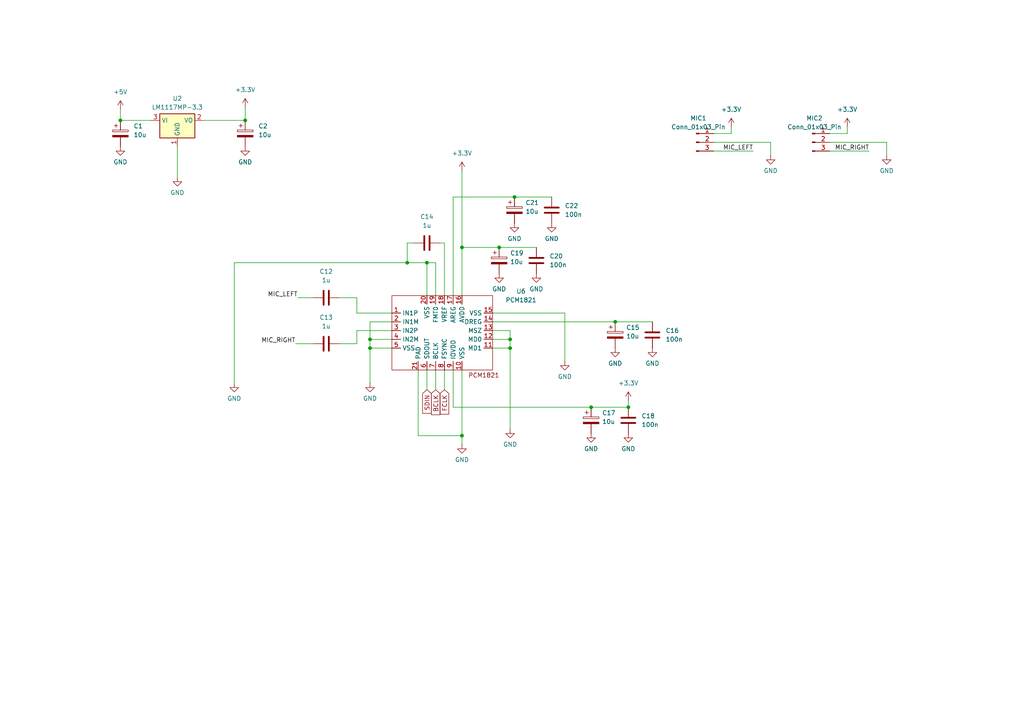
<source format=kicad_sch>
(kicad_sch (version 20231120) (generator "eeschema") (generator_version "8.0")
  (paper "A4")
  (lib_symbols
    (symbol "Connector:Conn_01x03_Pin" (pin_names (offset 1.016) hide)
      (property "Reference" "J" (at 0 5.08 0))
      (property "Value" "Conn_01x03_Pin" (at 0 -5.08 0))
      (symbol "Conn_01x03_Pin_1_1"
        (polyline (pts (xy 1.27 -2.54) (xy 0.8636 -2.54)) (stroke (width 0.1524)))
        (polyline (pts (xy 1.27 0) (xy 0.8636 0)) (stroke (width 0.1524)))
        (polyline (pts (xy 1.27 2.54) (xy 0.8636 2.54)) (stroke (width 0.1524)))
        (rectangle (start 0.8636 -2.413) (end 0 -2.667) (stroke (width 0.1524)) (fill (type outline)))
        (rectangle (start 0.8636 0.127) (end 0 -0.127) (stroke (width 0.1524)) (fill (type outline)))
        (rectangle (start 0.8636 2.667) (end 0 2.413) (stroke (width 0.1524)) (fill (type outline)))
        (pin passive line (at 5.08 2.54 180) (length 3.81) (name "Pin_1") (number "1"))
        (pin passive line (at 5.08 0 180) (length 3.81) (name "Pin_2") (number "2"))
        (pin passive line (at 5.08 -2.54 180) (length 3.81) (name "Pin_3") (number "3"))
      )
    )
    (symbol "Device:C" (pin_numbers hide) (pin_names (offset 0.254))
      (property "Reference" "C" (at 0.635 2.54 0))
      (property "Value" "C" (at 0.635 -2.54 0))
      (symbol "C_0_1"
        (polyline (pts (xy -2.032 -0.762) (xy 2.032 -0.762)) (stroke (width 0.508)))
        (polyline (pts (xy -2.032 0.762) (xy 2.032 0.762)) (stroke (width 0.508)))
      )
      (symbol "C_1_1"
        (pin passive line (at 0 3.81 270) (length 2.794) (name "~") (number "1"))
        (pin passive line (at 0 -3.81 90) (length 2.794) (name "~") (number "2"))
      )
    )
    (symbol "Device:C_Polarized" (pin_numbers hide) (pin_names (offset 0.254))
      (property "Reference" "C" (at 0.635 2.54 0))
      (property "Value" "C_Polarized" (at 0.635 -2.54 0))
      (symbol "C_Polarized_0_1"
        (rectangle (start -2.286 0.508) (end 2.286 1.016))
        (polyline (pts (xy -1.778 2.286) (xy -0.762 2.286)))
        (polyline (pts (xy -1.27 2.794) (xy -1.27 1.778)))
        (rectangle (start 2.286 -0.508) (end -2.286 -1.016) (fill (type outline)))
      )
      (symbol "C_Polarized_1_1"
        (pin passive line (at 0 3.81 270) (length 2.794) (name "~") (number "1"))
        (pin passive line (at 0 -3.81 90) (length 2.794) (name "~") (number "2"))
      )
    )
    (symbol "GND_1" (power) (pin_numbers hide) (pin_names (offset 0) hide)
      (property "Value" "GND" (at 0 -3.81 0))
      (symbol "GND_1_0_1"
        (polyline (pts (xy 0 0) (xy 0 -1.27) (xy 1.27 -1.27) (xy 0 -2.54) (xy -1.27 -1.27) (xy 0 -1.27)))
      )
      (symbol "GND_1_1_1"
        (pin power_in line (at 0 0 270) (length 0) (name "~") (number "1"))
      )
    )
    (symbol "PCM1821:PCM1821"
      (property "Reference" "U" (at 0 0 0))
      (property "Value" "PCM1821" (at 0 0 0))
      (symbol "PCM1821_0_1"
        (rectangle (start 0 -1.27) (end 29.21 -22.86))
      )
      (symbol "PCM1821_1_1"
        (text "PCM1821" (at 26.67 -24.384 0) (effects (font (size 1.27 1.27))))
        (pin input line (at 0 -6.35 0) (length 2.54) (name "IN1P") (number "1"))
        (pin power_in line (at 20.32 -22.86 90) (length 2.54) (name "VSS") (number "10"))
        (pin input line (at 29.21 -16.51 180) (length 2.54) (name "MD1") (number "11"))
        (pin input line (at 29.21 -13.97 180) (length 2.54) (name "MD0") (number "12"))
        (pin input line (at 29.21 -11.43 180) (length 2.54) (name "MSZ") (number "13"))
        (pin input line (at 29.21 -8.89 180) (length 2.54) (name "DREG") (number "14"))
        (pin power_in line (at 29.21 -6.35 180) (length 2.54) (name "VSS") (number "15"))
        (pin input line (at 20.32 -1.27 270) (length 2.54) (name "AVDD") (number "16"))
        (pin input line (at 17.78 -1.27 270) (length 2.54) (name "AREG") (number "17"))
        (pin input line (at 15.24 -1.27 270) (length 2.54) (name "VREF") (number "18"))
        (pin input line (at 12.7 -1.27 270) (length 2.54) (name "FMT0") (number "19"))
        (pin input line (at 0 -8.89 0) (length 2.54) (name "IN1M") (number "2"))
        (pin input line (at 10.16 -1.27 270) (length 2.54) (name "VSS") (number "20"))
        (pin power_in line (at 7.62 -22.86 90) (length 2.54) (name "PAD") (number "21"))
        (pin input line (at 0 -11.43 0) (length 2.54) (name "IN2P") (number "3"))
        (pin input line (at 0 -13.97 0) (length 2.54) (name "IN2M") (number "4"))
        (pin power_in line (at 0 -16.51 0) (length 2.54) (name "VSS") (number "5"))
        (pin input line (at 10.16 -22.86 90) (length 2.54) (name "SDOUT") (number "6"))
        (pin input line (at 12.7 -22.86 90) (length 2.54) (name "BCLK") (number "7"))
        (pin input line (at 15.24 -22.86 90) (length 2.54) (name "FSYNC") (number "8"))
        (pin power_in line (at 17.78 -22.86 90) (length 2.54) (name "IOVDD") (number "9"))
      )
    )
    (symbol "Regulator_Linear:LM1117MP-3.3"
      (property "Reference" "U" (at -3.81 3.175 0))
      (property "Value" "LM1117MP-3.3" (at 0 3.175 0))
      (symbol "LM1117MP-3.3_0_1"
        (rectangle (start -5.08 -5.08) (end 5.08 1.905) (stroke (width 0.254)) (fill (type background)))
      )
      (symbol "LM1117MP-3.3_1_1"
        (pin power_in line (at 0 -7.62 90) (length 2.54) (name "GND") (number "1"))
        (pin power_out line (at 7.62 0 180) (length 2.54) (name "VO") (number "2"))
        (pin power_in line (at -7.62 0 0) (length 2.54) (name "VI") (number "3"))
      )
    )
    (symbol "power:+3.3V" (power) (pin_names (offset 0))
      (property "Value" "+3.3V" (at 0 3.556 0))
      (symbol "+3.3V_0_1"
        (polyline (pts (xy -0.762 1.27) (xy 0 2.54)))
        (polyline (pts (xy 0 0) (xy 0 2.54)))
        (polyline (pts (xy 0 2.54) (xy 0.762 1.27)))
      )
      (symbol "+3.3V_1_1"
        (pin power_in line (at 0 0 90) (length 0) hide (name "+3.3V") (number "1"))
      )
    )
    (symbol "power:GND" (power) (pin_names (offset 0))
      (property "Value" "GND" (at 0 -3.81 0))
      (symbol "GND_0_1"
        (polyline (pts (xy 0 0) (xy 0 -1.27) (xy 1.27 -1.27) (xy 0 -2.54) (xy -1.27 -1.27) (xy 0 -1.27)))
      )
      (symbol "GND_1_1"
        (pin power_in line (at 0 0 270) (length 0) hide (name "GND") (number "1"))
      )
    )
  )
  (junction (at 107.315 98.425))
  (junction (at 133.985 126.365))
  (junction (at 147.955 100.965))
  (junction (at 144.78 71.755))
  (junction (at 118.11 76.2))
  (junction (at 34.925 34.925))
  (junction (at 182.245 118.11))
  (junction (at 71.12 34.925))
  (junction (at 171.45 118.11))
  (junction (at 149.225 57.15))
  (junction (at 123.825 76.2))
  (junction (at 133.985 71.755))
  (junction (at 107.315 100.965))
  (junction (at 178.435 93.345))
  (junction (at 147.955 98.425))
  (wire (pts (xy 34.925 31.75) (xy 34.925 34.925)))
  (wire (pts (xy 121.285 126.365) (xy 133.985 126.365)))
  (wire (pts (xy 113.665 98.425) (xy 107.315 98.425)))
  (wire (pts (xy 207.01 43.815) (xy 218.44 43.815)))
  (wire (pts (xy 147.955 98.425) (xy 147.955 100.965)))
  (wire (pts (xy 51.435 42.545) (xy 51.435 51.435)))
  (wire (pts (xy 123.825 76.2) (xy 118.11 76.2)))
  (wire (pts (xy 133.985 49.53) (xy 133.985 71.755)))
  (wire (pts (xy 126.365 76.2) (xy 123.825 76.2)))
  (wire (pts (xy 118.11 70.485) (xy 118.11 76.2)))
  (wire (pts (xy 240.665 43.815) (xy 252.095 43.815)))
  (wire (pts (xy 178.435 93.345) (xy 189.23 93.345)))
  (wire (pts (xy 133.985 71.755) (xy 144.78 71.755)))
  (wire (pts (xy 182.245 118.11) (xy 182.245 116.205)))
  (wire (pts (xy 163.83 90.805) (xy 163.83 104.775)))
  (wire (pts (xy 133.985 126.365) (xy 133.985 128.905)))
  (wire (pts (xy 245.745 38.735) (xy 245.745 36.83)))
  (wire (pts (xy 144.78 71.755) (xy 155.575 71.755)))
  (wire (pts (xy 142.875 90.805) (xy 163.83 90.805)))
  (wire (pts (xy 131.445 118.11) (xy 171.45 118.11)))
  (wire (pts (xy 149.225 57.15) (xy 160.02 57.15)))
  (wire (pts (xy 131.445 107.315) (xy 131.445 118.11)))
  (wire (pts (xy 113.665 100.965) (xy 107.315 100.965)))
  (wire (pts (xy 133.985 107.315) (xy 133.985 126.365)))
  (wire (pts (xy 118.11 76.2) (xy 67.945 76.2)))
  (wire (pts (xy 107.315 98.425) (xy 107.315 100.965)))
  (wire (pts (xy 126.365 85.725) (xy 126.365 76.2)))
  (wire (pts (xy 207.01 41.275) (xy 223.52 41.275)))
  (wire (pts (xy 113.665 90.805) (xy 103.505 90.805)))
  (wire (pts (xy 207.01 38.735) (xy 212.09 38.735)))
  (wire (pts (xy 131.445 85.725) (xy 131.445 57.15)))
  (wire (pts (xy 107.315 100.965) (xy 107.315 111.125)))
  (wire (pts (xy 147.955 95.885) (xy 147.955 98.425)))
  (wire (pts (xy 71.12 34.925) (xy 71.12 31.115)))
  (wire (pts (xy 123.825 107.315) (xy 123.825 113.03)))
  (wire (pts (xy 128.905 70.485) (xy 127.635 70.485)))
  (wire (pts (xy 113.665 95.885) (xy 103.505 95.885)))
  (wire (pts (xy 257.175 41.275) (xy 257.175 45.085)))
  (wire (pts (xy 128.905 85.725) (xy 128.905 70.485)))
  (wire (pts (xy 240.665 41.275) (xy 257.175 41.275)))
  (wire (pts (xy 121.285 107.315) (xy 121.285 126.365)))
  (wire (pts (xy 240.665 38.735) (xy 245.745 38.735)))
  (wire (pts (xy 133.985 71.755) (xy 133.985 85.725)))
  (wire (pts (xy 212.09 38.735) (xy 212.09 36.83)))
  (wire (pts (xy 131.445 57.15) (xy 149.225 57.15)))
  (wire (pts (xy 59.055 34.925) (xy 71.12 34.925)))
  (wire (pts (xy 103.505 90.805) (xy 103.505 86.36)))
  (wire (pts (xy 34.925 34.925) (xy 43.815 34.925)))
  (wire (pts (xy 103.505 95.885) (xy 103.505 99.695)))
  (wire (pts (xy 120.015 70.485) (xy 118.11 70.485)))
  (wire (pts (xy 103.505 86.36) (xy 98.425 86.36)))
  (wire (pts (xy 142.875 100.965) (xy 147.955 100.965)))
  (wire (pts (xy 171.45 118.11) (xy 182.245 118.11)))
  (wire (pts (xy 128.905 107.315) (xy 128.905 113.03)))
  (wire (pts (xy 113.665 93.345) (xy 107.315 93.345)))
  (wire (pts (xy 85.725 99.695) (xy 90.805 99.695)))
  (wire (pts (xy 223.52 41.275) (xy 223.52 45.085)))
  (wire (pts (xy 142.875 98.425) (xy 147.955 98.425)))
  (wire (pts (xy 147.955 100.965) (xy 147.955 124.46)))
  (wire (pts (xy 123.825 85.725) (xy 123.825 76.2)))
  (wire (pts (xy 126.365 107.315) (xy 126.365 113.03)))
  (wire (pts (xy 103.505 99.695) (xy 98.425 99.695)))
  (wire (pts (xy 142.875 93.345) (xy 178.435 93.345)))
  (wire (pts (xy 86.36 86.36) (xy 90.805 86.36)))
  (wire (pts (xy 67.945 76.2) (xy 67.945 111.125)))
  (wire (pts (xy 142.875 95.885) (xy 147.955 95.885)))
  (wire (pts (xy 107.315 93.345) (xy 107.315 98.425)))
  (label "MIC_RIGHT" (at 252.095 43.815 180))
  (label "MIC_LEFT" (at 218.44 43.815 180))
  (label "MIC_LEFT" (at 86.36 86.36 180))
  (label "MIC_RIGHT" (at 85.725 99.695 180))
  (global_label "BCLK" (shape input) (at 126.365 113.03 270) (property "Intersheetrefs" "${INTERSHEET_REFS}" (effects (hide yes))))
  (global_label "SDIN" (shape input) (at 123.825 113.03 270) (property "Intersheetrefs" "${INTERSHEET_REFS}" (effects (hide yes))))
  (global_label "FCLK" (shape input) (at 128.905 113.03 270) (property "Intersheetrefs" "${INTERSHEET_REFS}" (effects (hide yes))))
  (symbol (lib_id "Connector:Conn_01x03_Pin") (at 235.585 41.275 0) (unit 1)
    (property "Reference" "MIC2" (at 236.22 34.29 0))
    (property "Value" "Conn_01x03_Pin" (at 236.22 36.83 0))
    (property "Footprint" "Connector_JST:JST_XH_B3B-XH-AM_1x03_P2.50mm_Vertical" (effects (hide yes)))
    (property "Description" "Generic connector, single row, 01x03, script generated" (effects (hide yes)))
  )
  (symbol (lib_id "Device:C_Polarized") (at 144.78 75.565 0) (unit 1)
    (property "Reference" "C19" (at 147.955 73.4059 0) (effects (justify left)))
    (property "Value" "10u" (at 147.955 75.9459 0) (effects (justify left)))
    (property "Footprint" "Capacitor_Tantalum_SMD:CP_EIA-3528-21_Kemet-B_Pad1.50x2.35mm_HandSolder" (effects (hide yes)))
    (property "Description" "Polarized capacitor" (effects (hide yes)))
  )
  (symbol (lib_id "Device:C_Polarized") (at 171.45 121.92 0) (unit 1)
    (property "Reference" "C17" (at 174.625 119.7609 0) (effects (justify left)))
    (property "Value" "10u" (at 174.625 122.3009 0) (effects (justify left)))
    (property "Footprint" "Capacitor_Tantalum_SMD:CP_EIA-3528-21_Kemet-B_Pad1.50x2.35mm_HandSolder" (effects (hide yes)))
    (property "Description" "Polarized capacitor" (effects (hide yes)))
  )
  (symbol (lib_id "power:+3.3V") (at 34.925 31.75 0) (unit 1)
    (property "Reference" "#PWR07" (effects (hide yes)))
    (property "Value" "+5V" (at 34.925 26.67 0))
  )
  (symbol (lib_name "GND_1") (lib_id "power:GND") (at 223.52 45.085 0) (unit 1)
    (property "Reference" "#PWR044" (effects (hide yes)))
    (property "Value" "GND" (at 223.52 49.53 0))
    (property "Description" "Power symbol creates a global label with name \"GND\" , ground" (effects (hide yes)))
  )
  (symbol (lib_id "Device:C_Polarized") (at 149.225 60.96 0) (unit 1)
    (property "Reference" "C21" (at 152.4 58.8009 0) (effects (justify left)))
    (property "Value" "10u" (at 152.4 61.3409 0) (effects (justify left)))
    (property "Footprint" "Capacitor_Tantalum_SMD:CP_EIA-3528-21_Kemet-B_Pad1.50x2.35mm_HandSolder" (effects (hide yes)))
    (property "Description" "Polarized capacitor" (effects (hide yes)))
  )
  (symbol (lib_id "power:GND") (at 34.925 42.545 0) (unit 1)
    (property "Reference" "#PWR08" (effects (hide yes)))
    (property "Value" "GND" (at 34.925 46.99 0))
    (property "Description" "Power symbol creates a global label with name \"GND\" , ground" (effects (hide yes)))
  )
  (symbol (lib_name "GND_1") (lib_id "power:GND") (at 107.315 111.125 0) (unit 1)
    (property "Reference" "#PWR030" (effects (hide yes)))
    (property "Value" "GND" (at 107.315 115.57 0))
    (property "Description" "Power symbol creates a global label with name \"GND\" , ground" (effects (hide yes)))
  )
  (symbol (lib_name "GND_1") (lib_id "power:GND") (at 147.955 124.46 0) (unit 1)
    (property "Reference" "#PWR033" (effects (hide yes)))
    (property "Value" "GND" (at 147.955 128.905 0))
    (property "Description" "Power symbol creates a global label with name \"GND\" , ground" (effects (hide yes)))
  )
  (symbol (lib_id "Device:C") (at 160.02 60.96 0) (unit 1)
    (property "Reference" "C22" (at 163.83 59.6899 0) (effects (justify left)))
    (property "Value" "100n" (at 163.83 62.2299 0) (effects (justify left)))
    (property "Footprint" "Capacitor_SMD:C_0603_1608Metric_Pad1.08x0.95mm_HandSolder" (effects (hide yes)))
    (property "Description" "Unpolarized capacitor" (effects (hide yes)))
  )
  (symbol (lib_id "Device:C_Polarized") (at 178.435 97.155 0) (unit 1)
    (property "Reference" "C15" (at 181.61 94.9959 0) (effects (justify left)))
    (property "Value" "10u" (at 181.61 97.5359 0) (effects (justify left)))
    (property "Footprint" "Capacitor_Tantalum_SMD:CP_EIA-3528-21_Kemet-B_Pad1.50x2.35mm_HandSolder" (effects (hide yes)))
    (property "Description" "Polarized capacitor" (effects (hide yes)))
  )
  (symbol (lib_name "GND_1") (lib_id "power:GND") (at 144.78 79.375 0) (unit 1)
    (property "Reference" "#PWR039" (effects (hide yes)))
    (property "Value" "GND" (at 144.78 83.82 0))
    (property "Description" "Power symbol creates a global label with name \"GND\" , ground" (effects (hide yes)))
  )
  (symbol (lib_id "Device:C") (at 189.23 97.155 0) (unit 1)
    (property "Reference" "C16" (at 193.04 95.8849 0) (effects (justify left)))
    (property "Value" "100n" (at 193.04 98.4249 0) (effects (justify left)))
    (property "Footprint" "Capacitor_SMD:C_0603_1608Metric_Pad1.08x0.95mm_HandSolder" (effects (hide yes)))
    (property "Description" "Unpolarized capacitor" (effects (hide yes)))
  )
  (symbol (lib_id "power:+3.3V") (at 71.12 31.115 0) (unit 1)
    (property "Reference" "#PWR010" (effects (hide yes)))
    (property "Value" "+3.3V" (at 71.12 26.035 0))
  )
  (symbol (lib_id "Connector:Conn_01x03_Pin") (at 201.93 41.275 0) (unit 1)
    (property "Reference" "MIC1" (at 202.565 34.29 0))
    (property "Value" "Conn_01x03_Pin" (at 202.565 36.83 0))
    (property "Footprint" "Connector_JST:JST_XH_B3B-XH-AM_1x03_P2.50mm_Vertical" (effects (hide yes)))
    (property "Description" "Generic connector, single row, 01x03, script generated" (effects (hide yes)))
  )
  (symbol (lib_name "GND_1") (lib_id "power:GND") (at 67.945 111.125 0) (unit 1)
    (property "Reference" "#PWR032" (effects (hide yes)))
    (property "Value" "GND" (at 67.945 115.57 0))
    (property "Description" "Power symbol creates a global label with name \"GND\" , ground" (effects (hide yes)))
  )
  (symbol (lib_id "Device:C") (at 182.245 121.92 0) (unit 1)
    (property "Reference" "C18" (at 186.055 120.6499 0) (effects (justify left)))
    (property "Value" "100n" (at 186.055 123.1899 0) (effects (justify left)))
    (property "Footprint" "Capacitor_SMD:C_0603_1608Metric_Pad1.08x0.95mm_HandSolder" (effects (hide yes)))
    (property "Description" "Unpolarized capacitor" (effects (hide yes)))
  )
  (symbol (lib_name "GND_1") (lib_id "power:GND") (at 257.175 45.085 0) (unit 1)
    (property "Reference" "#PWR046" (effects (hide yes)))
    (property "Value" "GND" (at 257.175 49.53 0))
    (property "Description" "Power symbol creates a global label with name \"GND\" , ground" (effects (hide yes)))
  )
  (symbol (lib_id "power:+3.3V") (at 182.245 116.205 0) (unit 1)
    (property "Reference" "#PWR034" (effects (hide yes)))
    (property "Value" "+3.3V" (at 182.245 111.125 0))
  )
  (symbol (lib_id "power:+3.3V") (at 212.09 36.83 0) (unit 1)
    (property "Reference" "#PWR043" (effects (hide yes)))
    (property "Value" "+3.3V" (at 212.09 31.75 0))
  )
  (symbol (lib_name "GND_1") (lib_id "power:GND") (at 171.45 125.73 0) (unit 1)
    (property "Reference" "#PWR037" (effects (hide yes)))
    (property "Value" "GND" (at 171.45 130.175 0))
    (property "Description" "Power symbol creates a global label with name \"GND\" , ground" (effects (hide yes)))
  )
  (symbol (lib_name "GND_1") (lib_id "power:GND") (at 163.83 104.775 0) (unit 1)
    (property "Reference" "#PWR031" (effects (hide yes)))
    (property "Value" "GND" (at 163.83 109.22 0))
    (property "Description" "Power symbol creates a global label with name \"GND\" , ground" (effects (hide yes)))
  )
  (symbol (lib_id "power:GND") (at 51.435 51.435 0) (unit 1)
    (property "Reference" "#PWR09" (effects (hide yes)))
    (property "Value" "GND" (at 51.435 55.88 0))
    (property "Description" "Power symbol creates a global label with name \"GND\" , ground" (effects (hide yes)))
  )
  (symbol (lib_name "GND_1") (lib_id "power:GND") (at 182.245 125.73 0) (unit 1)
    (property "Reference" "#PWR038" (effects (hide yes)))
    (property "Value" "GND" (at 182.245 130.175 0))
    (property "Description" "Power symbol creates a global label with name \"GND\" , ground" (effects (hide yes)))
  )
  (symbol (lib_name "GND_1") (lib_id "power:GND") (at 189.23 100.965 0) (unit 1)
    (property "Reference" "#PWR036" (effects (hide yes)))
    (property "Value" "GND" (at 189.23 105.41 0))
    (property "Description" "Power symbol creates a global label with name \"GND\" , ground" (effects (hide yes)))
  )
  (symbol (lib_id "power:+3.3V") (at 133.985 49.53 0) (unit 1)
    (property "Reference" "#PWR028" (effects (hide yes)))
    (property "Value" "+3.3V" (at 133.985 44.45 0))
  )
  (symbol (lib_id "PCM1821:PCM1821") (at 113.665 84.455 0) (unit 1)
    (property "Reference" "U6" (at 151.13 84.4864 0))
    (property "Value" "PCM1821" (at 151.13 87.0264 0))
    (property "Footprint" "PCM1821:WQFN-16" (effects (hide yes)))
  )
  (symbol (lib_id "power:GND") (at 71.12 42.545 0) (unit 1)
    (property "Reference" "#PWR011" (effects (hide yes)))
    (property "Value" "GND" (at 71.12 46.99 0))
    (property "Description" "Power symbol creates a global label with name \"GND\" , ground" (effects (hide yes)))
  )
  (symbol (lib_name "GND_1") (lib_id "power:GND") (at 155.575 79.375 0) (unit 1)
    (property "Reference" "#PWR040" (effects (hide yes)))
    (property "Value" "GND" (at 155.575 83.82 0))
    (property "Description" "Power symbol creates a global label with name \"GND\" , ground" (effects (hide yes)))
  )
  (symbol (lib_id "power:+3.3V") (at 245.745 36.83 0) (unit 1)
    (property "Reference" "#PWR045" (effects (hide yes)))
    (property "Value" "+3.3V" (at 245.745 31.75 0))
  )
  (symbol (lib_id "Regulator_Linear:LM1117MP-3.3") (at 51.435 34.925 0) (unit 1)
    (property "Reference" "U2" (at 51.435 28.575 0))
    (property "Value" "LM1117MP-3.3" (at 51.435 31.115 0))
    (property "Footprint" "Package_TO_SOT_SMD:SOT-223" (effects (hide yes)))
    (property "Datasheet" "http://www.ti.com/lit/ds/symlink/lm1117.pdf" (effects (hide yes)))
    (property "Description" "800mA Low-Dropout Linear Regulator, 3.3V fixed output, SOT-223" (effects (hide yes)))
  )
  (symbol (lib_name "GND_1") (lib_id "power:GND") (at 149.225 64.77 0) (unit 1)
    (property "Reference" "#PWR041" (effects (hide yes)))
    (property "Value" "GND" (at 149.225 69.215 0))
    (property "Description" "Power symbol creates a global label with name \"GND\" , ground" (effects (hide yes)))
  )
  (symbol (lib_id "Device:C") (at 94.615 99.695 90) (unit 1)
    (property "Reference" "C13" (at 94.615 92.075 90))
    (property "Value" "1u" (at 94.615 94.615 90))
    (property "Footprint" "Capacitor_SMD:C_0805_2012Metric_Pad1.18x1.45mm_HandSolder" (effects (hide yes)))
    (property "Description" "Unpolarized capacitor" (effects (hide yes)))
  )
  (symbol (lib_name "GND_1") (lib_id "power:GND") (at 178.435 100.965 0) (unit 1)
    (property "Reference" "#PWR035" (effects (hide yes)))
    (property "Value" "GND" (at 178.435 105.41 0))
    (property "Description" "Power symbol creates a global label with name \"GND\" , ground" (effects (hide yes)))
  )
  (symbol (lib_name "GND_1") (lib_id "power:GND") (at 133.985 128.905 0) (unit 1)
    (property "Reference" "#PWR029" (effects (hide yes)))
    (property "Value" "GND" (at 133.985 133.35 0))
    (property "Description" "Power symbol creates a global label with name \"GND\" , ground" (effects (hide yes)))
  )
  (symbol (lib_name "GND_1") (lib_id "power:GND") (at 160.02 64.77 0) (unit 1)
    (property "Reference" "#PWR042" (effects (hide yes)))
    (property "Value" "GND" (at 160.02 69.215 0))
    (property "Description" "Power symbol creates a global label with name \"GND\" , ground" (effects (hide yes)))
  )
  (symbol (lib_id "Device:C") (at 123.825 70.485 90) (unit 1)
    (property "Reference" "C14" (at 123.825 62.865 90))
    (property "Value" "1u" (at 123.825 65.405 90))
    (property "Footprint" "Capacitor_SMD:C_0805_2012Metric_Pad1.18x1.45mm_HandSolder" (effects (hide yes)))
    (property "Description" "Unpolarized capacitor" (effects (hide yes)))
  )
  (symbol (lib_id "Device:C") (at 94.615 86.36 90) (unit 1)
    (property "Reference" "C12" (at 94.615 78.74 90))
    (property "Value" "1u" (at 94.615 81.28 90))
    (property "Footprint" "Capacitor_SMD:C_0805_2012Metric_Pad1.18x1.45mm_HandSolder" (effects (hide yes)))
    (property "Description" "Unpolarized capacitor" (effects (hide yes)))
  )
  (symbol (lib_id "Device:C_Polarized") (at 71.12 38.735 0) (unit 1)
    (property "Reference" "C2" (at 74.93 36.5759 0) (effects (justify left)))
    (property "Value" "10u" (at 74.93 39.1159 0) (effects (justify left)))
    (property "Footprint" "Capacitor_Tantalum_SMD:CP_EIA-3528-21_Kemet-B_Pad1.50x2.35mm_HandSolder" (effects (hide yes)))
    (property "Description" "Polarized capacitor" (effects (hide yes)))
  )
  (symbol (lib_id "Device:C_Polarized") (at 34.925 38.735 0) (unit 1)
    (property "Reference" "C1" (at 38.735 36.5759 0) (effects (justify left)))
    (property "Value" "10u" (at 38.735 39.1159 0) (effects (justify left)))
    (property "Footprint" "Capacitor_Tantalum_SMD:CP_EIA-3528-21_Kemet-B_Pad1.50x2.35mm_HandSolder" (effects (hide yes)))
    (property "Description" "Polarized capacitor" (effects (hide yes)))
  )
  (symbol (lib_id "Device:C") (at 155.575 75.565 0) (unit 1)
    (property "Reference" "C20" (at 159.385 74.2949 0) (effects (justify left)))
    (property "Value" "100n" (at 159.385 76.8349 0) (effects (justify left)))
    (property "Footprint" "Capacitor_SMD:C_0603_1608Metric_Pad1.08x0.95mm_HandSolder" (effects (hide yes)))
    (property "Description" "Unpolarized capacitor" (effects (hide yes)))
  )
)
</source>
